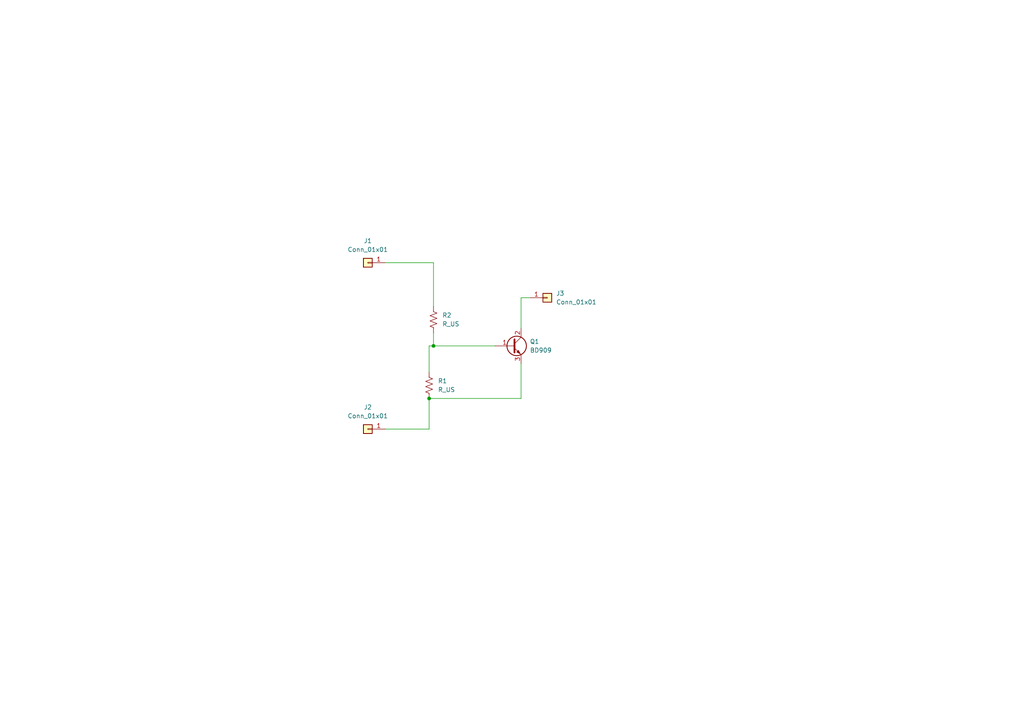
<source format=kicad_sch>
(kicad_sch (version 20211123) (generator eeschema)
  (paper "A4")
  (lib_symbols
    (symbol "Connector_Generic:Conn_01x01" (pin_names (offset 1.016) hide)
      (property "Reference" "J" (at 0 2.54 0))
      (property "Value" "Conn_01x01" (at 0 -2.54 0))
      (symbol "Conn_01x01_1_1"
        (rectangle (start -1.27 0.127) (end 0 -0.127) (stroke (width 0.1524)))
        (rectangle (start -1.27 1.27) (end 1.27 -1.27) (stroke (width 0.254)) (fill (type background)))
        (pin passive line (at -5.08 0 0) (length 3.81) (name "Pin_1") (number "1"))
      )
    )
    (symbol "Device:R_US" (pin_numbers hide) (pin_names (offset 0))
      (property "Reference" "R" (at 2.54 0 90))
      (property "Value" "R_US" (at -2.54 0 90))
      (symbol "R_US_0_1"
        (polyline (pts (xy 0 -2.286) (xy 0 -2.54)))
        (polyline (pts (xy 0 2.286) (xy 0 2.54)))
        (polyline (pts (xy 0 -0.762) (xy 1.016 -1.143) (xy 0 -1.524) (xy -1.016 -1.905) (xy 0 -2.286)))
        (polyline (pts (xy 0 0.762) (xy 1.016 0.381) (xy 0 0) (xy -1.016 -0.381) (xy 0 -0.762)))
        (polyline (pts (xy 0 2.286) (xy 1.016 1.905) (xy 0 1.524) (xy -1.016 1.143) (xy 0 0.762)))
      )
      (symbol "R_US_1_1"
        (pin passive line (at 0 3.81 270) (length 1.27) (name "~") (number "1"))
        (pin passive line (at 0 -3.81 90) (length 1.27) (name "~") (number "2"))
      )
    )
    (symbol "Transistor_BJT:BD909" (pin_names (offset 0) hide)
      (property "Reference" "Q" (at 6.35 1.905 0))
      (property "Value" "BD909" (at 6.35 0 0))
      (symbol "BD909_0_1"
        (polyline (pts (xy 0.635 0.635) (xy 2.54 2.54)))
        (polyline (pts (xy 0.635 -0.635) (xy 2.54 -2.54) (xy 2.54 -2.54)))
        (polyline (pts (xy 0.635 1.905) (xy 0.635 -1.905) (xy 0.635 -1.905)) (stroke (width 0.508)))
        (polyline (pts (xy 1.27 -1.778) (xy 1.778 -1.27) (xy 2.286 -2.286) (xy 1.27 -1.778) (xy 1.27 -1.778)) (fill (type outline)))
        (circle (center 1.27 0) (radius 2.8194) (stroke (width 0.254)))
      )
      (symbol "BD909_1_1"
        (pin input line (at -5.08 0 0) (length 5.715) (name "B") (number "1"))
        (pin passive line (at 2.54 5.08 270) (length 2.54) (name "C") (number "2"))
        (pin passive line (at 2.54 -5.08 90) (length 2.54) (name "E") (number "3"))
      )
    )
  )
  (junction (at 124.46 115.57))
  (junction (at 125.73 100.33))
  (wire (pts (xy 125.73 100.33) (xy 125.73 96.52)))
  (wire (pts (xy 151.13 105.41) (xy 151.13 115.57)))
  (wire (pts (xy 124.46 100.33) (xy 125.73 100.33)))
  (wire (pts (xy 125.73 76.2) (xy 111.76 76.2)))
  (wire (pts (xy 125.73 88.9) (xy 125.73 76.2)))
  (wire (pts (xy 124.46 124.46) (xy 124.46 115.57)))
  (wire (pts (xy 124.46 107.95) (xy 124.46 100.33)))
  (wire (pts (xy 151.13 115.57) (xy 124.46 115.57)))
  (wire (pts (xy 143.51 100.33) (xy 125.73 100.33)))
  (wire (pts (xy 151.13 86.36) (xy 153.67 86.36)))
  (wire (pts (xy 151.13 95.25) (xy 151.13 86.36)))
  (wire (pts (xy 111.76 124.46) (xy 124.46 124.46)))
  (symbol (lib_id "Transistor_BJT:BD909") (at 148.59 100.33 0) (unit 1)
    (property "Reference" "Q1" (at 153.67 99.0599 0) (effects (justify left)))
    (property "Value" "BD909" (at 153.67 101.5999 0) (effects (justify left)))
    (property "Footprint" "Package_TO_SOT_THT:TO-220-3_Vertical" (effects hide))
    (property "Datasheet" "http://www.st.com/internet/com/TECHNICAL_RESOURCES/TECHNICAL_LITERATURE/DATASHEET/CD00001277.pdf" (effects hide))
  )
  (symbol (lib_id "Connector_Generic:Conn_01x01") (at 106.68 124.46 0) (mirror y) (unit 1)
    (property "Reference" "J2" (at 106.68 118.11 0))
    (property "Value" "Conn_01x01" (at 106.68 120.65 0))
    (property "Footprint" "Connector_PinHeader_2.54mm:PinHeader_1x01_P2.54mm_Vertical" (effects hide))
  )
  (symbol (lib_id "Connector_Generic:Conn_01x01") (at 106.68 76.2 180) (unit 1)
    (property "Reference" "J1" (at 106.68 69.85 0))
    (property "Value" "Conn_01x01" (at 106.68 72.39 0))
    (property "Footprint" "Connector_PinHeader_2.54mm:PinHeader_1x01_P2.54mm_Vertical" (effects hide))
  )
  (symbol (lib_id "Device:R_US") (at 125.73 92.71 0) (unit 1)
    (property "Reference" "R2" (at 128.27 91.4399 0) (effects (justify left)))
    (property "Value" "R_US" (at 128.27 93.9799 0) (effects (justify left)))
    (property "Footprint" "Resistor_THT:R_Axial_DIN0204_L3.6mm_D1.6mm_P7.62mm_Horizontal" (effects hide))
  )
  (symbol (lib_id "Connector_Generic:Conn_01x01") (at 158.75 86.36 0) (unit 1)
    (property "Reference" "J3" (at 161.29 85.0899 0) (effects (justify left)))
    (property "Value" "Conn_01x01" (at 161.29 87.6299 0) (effects (justify left)))
    (property "Footprint" "Connector_PinHeader_2.54mm:PinHeader_1x01_P2.54mm_Vertical" (effects hide))
  )
  (symbol (lib_id "Device:R_US") (at 124.46 111.76 0) (unit 1)
    (property "Reference" "R1" (at 127 110.4899 0) (effects (justify left)))
    (property "Value" "R_US" (at 127 113.0299 0) (effects (justify left)))
    (property "Footprint" "Resistor_THT:R_Axial_DIN0204_L3.6mm_D1.6mm_P7.62mm_Horizontal" (effects hide))
  )
)
</source>
